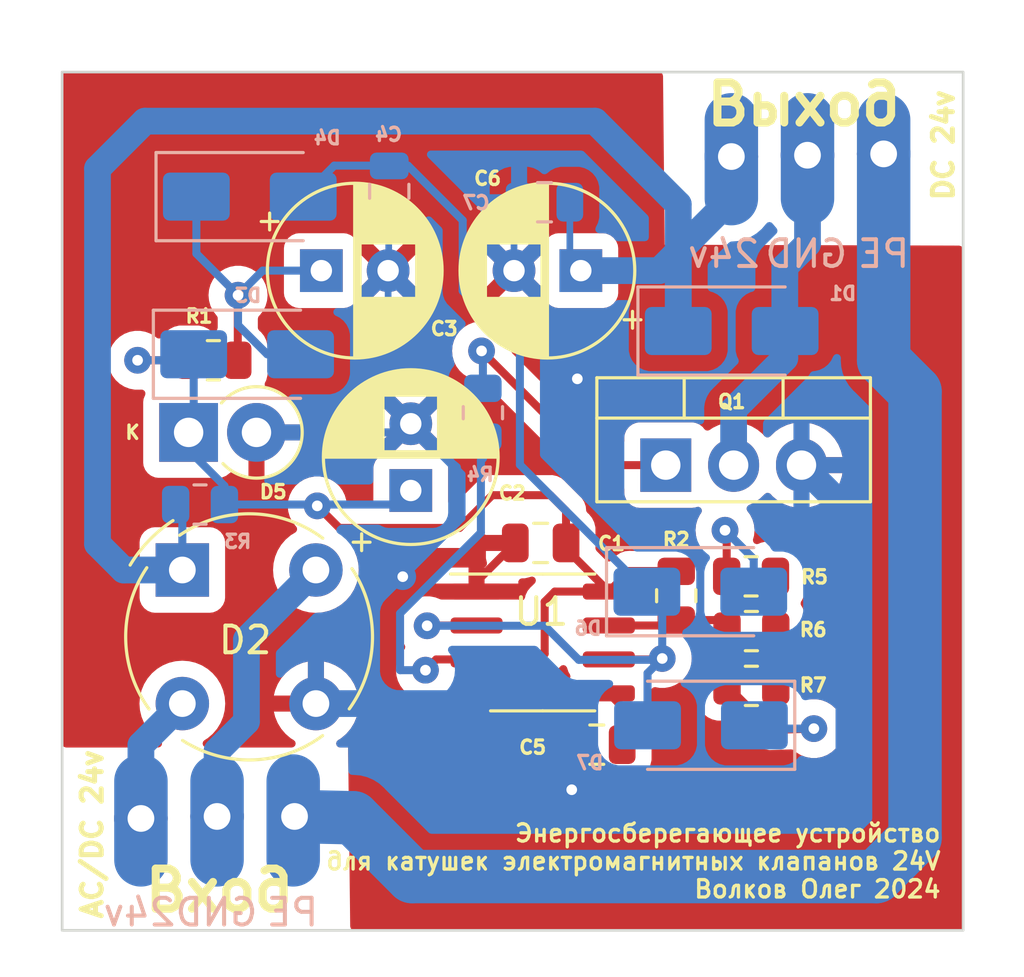
<source format=kicad_pcb>
(kicad_pcb (version 20221018) (generator pcbnew)
  (layers (0 "F.Cu" signal) (31 "B.Cu" signal) (34 "B.Paste" user) (35 "F.Paste" user) (36 "B.SilkS" user "B.Silkscreen") (37 "F.SilkS" user "F.Silkscreen") (38 "B.Mask" user) (39 "F.Mask" user) (44 "Edge.Cuts" user))
  (net 0 "")
  (net 1 "Net-(D3-K)")
  (net 2 "GND")
  (net 3 "Net-(D3-A)")
  (net 4 "Net-(D4-A)")
  (net 5 "Net-(U1-CV)")
  (net 6 "Coil_24v")
  (net 7 "Coil_GND")
  (net 8 "AC{slash}DC 24v_2")
  (net 9 "AC{slash}DC 24v_1")
  (net 10 "Net-(D6-A)")
  (net 11 "Net-(D7-K)")
  (net 12 "Net-(Q1-G)")
  (net 13 "Net-(U1-Q)")
  (net 14 "Net-(R5-Pad2)")
  (footprint "Capacitor_THT:CP_Radial_D6.3mm_P2.50mm" (layer "F.Cu") (at 56.975 87.1 90)
    (fp_text reference "C2" (at -0.1 3.8 180) (layer "F.SilkS") (effects (font (size 0.5 0.5) (thickness 0.125))))
    (fp_text value "22u 50v")
    (pad "1" thru_hole rect (at 0 0 90) (size 1.6 1.6) (drill 0.8) (layers "*.Cu" "*.Mask") (net 1 "Net-(D3-K)"))
    (pad "2" thru_hole circle (at 2.5 0 90) (size 1.6 1.6) (drill 0.8) (layers "*.Cu" "*.Mask") (net 2 "GND"))
  )
  (footprint "Resistor_SMD:R_0805_2012Metric" (layer "F.Cu") (at 49.5875 82.225)
    (fp_text reference "R1" (at -0.5375 -1.65) (layer "F.SilkS") (effects (font (size 0.5 0.5) (thickness 0.125))))
    (fp_text value "100k")
    (pad "1" smd roundrect (at -0.9125 0) (size 1.025 1.4) (layers "F.Cu" "F.Paste" "F.Mask") (roundrect_rratio 0.243902439) (net 1 "Net-(D3-K)"))
    (pad "2" smd roundrect (at 0.9125 0) (size 1.025 1.4) (layers "F.Cu" "F.Paste" "F.Mask") (roundrect_rratio 0.243902439) (net 3 "Net-(D3-A)"))
  )
  (footprint "Resistor_SMD:R_0805_2012Metric" (layer "F.Cu") (at 69.725 94.4125 180)
    (fp_text reference "R7" (at -2.3125 0.025) (layer "F.SilkS") (effects (font (size 0.5 0.5) (thickness 0.125))))
    (fp_text value "100k")
    (pad "1" smd roundrect (at -0.9125 0 180) (size 1.025 1.4) (layers "F.Cu" "F.Paste" "F.Mask") (roundrect_rratio 0.243902439) (net 14 "Net-(R5-Pad2)"))
    (pad "2" smd roundrect (at 0.9125 0 180) (size 1.025 1.4) (layers "F.Cu" "F.Paste" "F.Mask") (roundrect_rratio 0.243902439) (net 11 "Net-(D7-K)"))
  )
  (footprint "Capacitor_THT:CP_Radial_D6.3mm_P2.50mm" (layer "F.Cu") (at 53.627621 78.87)
    (fp_text reference "C3" (at 4.6 2.175) (layer "F.SilkS") (effects (font (size 0.5 0.5) (thickness 0.125))))
    (fp_text value "47u 50v")
    (pad "1" thru_hole rect (at 0 0) (size 1.6 1.6) (drill 0.8) (layers "*.Cu" "*.Mask") (net 3 "Net-(D3-A)"))
    (pad "2" thru_hole circle (at 2.5 0) (size 1.6 1.6) (drill 0.8) (layers "*.Cu" "*.Mask") (net 2 "GND"))
  )
  (footprint "Capacitor_SMD:C_0805_2012Metric" (layer "F.Cu") (at 61.8375 89.0625 180)
    (fp_text reference "C1" (at -2.65 -0.025) (layer "F.SilkS") (effects (font (size 0.5 0.5) (thickness 0.125))))
    (fp_text value "0.1uF")
    (pad "1" smd roundrect (at -0.95 0 180) (size 1 1.45) (layers "F.Cu" "F.Paste" "F.Mask") (net 1 "Net-(D3-K)"))
    (pad "2" smd roundrect (at 0.95 0 180) (size 1 1.45) (layers "F.Cu" "F.Paste" "F.Mask") (net 2 "GND"))
  )
  (footprint "Diode_THT:Diode_Bridge_Round_D9.0mm" (layer "F.Cu") (at 48.425 90.075)
    (fp_text reference "D2" (at 2.35 2.625) (layer "F.SilkS"))
    (fp_text value "2W10")
    (pad "1" thru_hole rect (at 0 0) (size 2 2) (drill 1) (layers "*.Cu" "*.Mask") (net 6 "Coil_24v"))
    (pad "2" thru_hole oval (at 0 5) (size 2 2) (drill 1) (layers "*.Cu" "*.Mask") (net 8 "AC{slash}DC 24v_2"))
    (pad "3" thru_hole oval (at 5 5) (size 2 2) (drill 1) (layers "*.Cu" "*.Mask") (net 2 "GND"))
    (pad "4" thru_hole oval (at 5 0) (size 2 2) (drill 1) (layers "*.Cu" "*.Mask") (net 9 "AC{slash}DC 24v_1"))
  )
  (footprint "Capacitor_SMD:C_0805_2012Metric" (layer "F.Cu") (at 63.9375 96.6125 180)
    (fp_text reference "C5" (at 2.4 -0.1) (layer "F.SilkS") (effects (font (size 0.5 0.5) (thickness 0.125))))
    (fp_text value "0.1uF")
    (pad "1" smd roundrect (at -0.95 0 180) (size 1 1.45) (layers "F.Cu" "F.Paste" "F.Mask") (net 5 "Net-(U1-CV)"))
    (pad "2" smd roundrect (at 0.95 0 180) (size 1 1.45) (layers "F.Cu" "F.Paste" "F.Mask") (net 2 "GND"))
  )
  (footprint "Resistor_SMD:R_0805_2012Metric" (layer "F.Cu") (at 69.725 92.3625)
    (fp_text reference "R6" (at 2.3125 -0.05) (layer "F.SilkS") (effects (font (size 0.5 0.5) (thickness 0.125))))
    (fp_text value "100k")
    (pad "1" smd roundrect (at -0.9125 0) (size 1.025 1.4) (layers "F.Cu" "F.Paste" "F.Mask") (roundrect_rratio 0.243902439) (net 10 "Net-(D6-A)"))
    (pad "2" smd roundrect (at 0.9125 0) (size 1.025 1.4) (layers "F.Cu" "F.Paste" "F.Mask") (roundrect_rratio 0.243902439) (net 14 "Net-(R5-Pad2)"))
  )
  (footprint "Package_TO_SOT_THT:TO-220-3_Vertical" (layer "F.Cu") (at 66.52 86.15)
    (fp_text reference "Q1" (at 2.468234 -2.375) (layer "F.SilkS") (effects (font (size 0.5 0.5) (thickness 0.125))))
    (fp_text value "IRFZ44N")
    (pad "1" thru_hole rect (at 0 0) (size 1.905 2) (drill 1.1) (layers "*.Cu" "*.Mask") (net 12 "Net-(Q1-G)"))
    (pad "2" thru_hole oval (at 2.54 0) (size 1.905 2) (drill 1.1) (layers "*.Cu" "*.Mask") (net 7 "Coil_GND"))
    (pad "3" thru_hole oval (at 5.08 0) (size 1.905 2) (drill 1.1) (layers "*.Cu" "*.Mask") (net 2 "GND"))
  )
  (footprint "Package_SO:SOIC-8_3.9x4.9mm_P1.27mm" (layer "F.Cu") (at 61.9125 92.7875)
    (fp_text reference "U1" (at -0.05 -1.15) (layer "F.SilkS"))
    (fp_text value "NE555D")
    (pad "1" smd roundrect (at -2.475 -1.905) (size 1.95 0.6) (layers "F.Cu" "F.Paste" "F.Mask") (net 2 "GND"))
    (pad "2" smd roundrect (at -2.475 -0.635) (size 1.95 0.6) (layers "F.Cu" "F.Paste" "F.Mask") (net 4 "Net-(D4-A)"))
    (pad "3" smd roundrect (at -2.475 0.635) (size 1.95 0.6) (layers "F.Cu" "F.Paste" "F.Mask") (net 13 "Net-(U1-Q)"))
    (pad "4" smd roundrect (at -2.475 1.905) (size 1.95 0.6) (layers "F.Cu" "F.Paste" "F.Mask") (net 1 "Net-(D3-K)"))
    (pad "5" smd roundrect (at 2.475 1.905) (size 1.95 0.6) (layers "F.Cu" "F.Paste" "F.Mask") (net 5 "Net-(U1-CV)"))
    (pad "6" smd roundrect (at 2.475 0.635) (size 1.95 0.6) (layers "F.Cu" "F.Paste" "F.Mask") (net 4 "Net-(D4-A)"))
    (pad "7" smd roundrect (at 2.475 -0.635) (size 1.95 0.6) (layers "F.Cu" "F.Paste" "F.Mask") (net 10 "Net-(D6-A)"))
    (pad "8" smd roundrect (at 2.475 -1.905) (size 1.95 0.6) (layers "F.Cu" "F.Paste" "F.Mask") (net 1 "Net-(D3-K)"))
  )
  (footprint "Diode_THT:D_DO-41_SOD81_P2.54mm_Vertical_KathodeUp" (layer "F.Cu") (at 48.66 84.925)
    (fp_text reference "D5" (at 3.165 2.225) (layer "F.SilkS") (effects (font (size 0.5 0.5) (thickness 0.125))))
    (fp_text value "12v 1N4742A")
    (fp_text user "K" (at -2.1 0) (layer "F.SilkS") (effects (font (size 0.5 0.5) (thickness 0.125))))
    (pad "1" thru_hole rect (at 0 0) (size 2.2 2.2) (drill 1.1) (layers "*.Cu" "*.Mask") (net 1 "Net-(D3-K)"))
    (pad "2" thru_hole oval (at 2.54 0) (size 2.2 2.2) (drill 1.1) (layers "*.Cu" "*.Mask") (net 2 "GND"))
  )
  (footprint "Capacitor_THT:CP_Radial_D6.3mm_P2.50mm" (layer "F.Cu") (at 63.34 78.87 180)
    (fp_text reference "C6" (at 3.49 3.45) (layer "F.SilkS") (effects (font (size 0.5 0.5) (thickness 0.125))))
    (fp_text value "47u 50v")
    (pad "1" thru_hole rect (at 0 0 180) (size 1.6 1.6) (drill 0.8) (layers "*.Cu" "*.Mask") (net 6 "Coil_24v"))
    (pad "2" thru_hole circle (at 2.5 0 180) (size 1.6 1.6) (drill 0.8) (layers "*.Cu" "*.Mask") (net 2 "GND"))
  )
  (footprint "Resistor_SMD:R_0805_2012Metric" (layer "F.Cu") (at 69.7125 90.3125)
    (fp_text reference "R5" (at 2.375 0.025) (layer "F.SilkS") (effects (font (size 0.5 0.5) (thickness 0.125))))
    (fp_text value "100k")
    (pad "1" smd roundrect (at -0.9125 0) (size 1.025 1.4) (layers "F.Cu" "F.Paste" "F.Mask") (roundrect_rratio 0.243902439) (net 10 "Net-(D6-A)"))
    (pad "2" smd roundrect (at 0.9125 0) (size 1.025 1.4) (layers "F.Cu" "F.Paste" "F.Mask") (roundrect_rratio 0.243902439) (net 14 "Net-(R5-Pad2)"))
  )
  (footprint "Resistor_SMD:R_0805_2012Metric" (layer "F.Cu") (at 66.9125 91.0375 -90)
    (fp_text reference "R2" (at -2.1 0 -180) (layer "F.SilkS") (effects (font (size 0.5 0.5) (thickness 0.125))))
    (fp_text value "100k")
    (pad "1" smd roundrect (at -0.9125 0 270) (size 1.025 1.4) (layers "F.Cu" "F.Paste" "F.Mask") (roundrect_rratio 0.243902439) (net 1 "Net-(D3-K)"))
    (pad "2" smd roundrect (at 0.9125 0 270) (size 1.025 1.4) (layers "F.Cu" "F.Paste" "F.Mask") (roundrect_rratio 0.243902439) (net 10 "Net-(D6-A)"))
  )
  (footprint "Diode_SMD:D_SMA" (layer "B.Cu") (at 67.8375 95.8875 180)
    (fp_text reference "D7" (at 4.1575 -1.4025) (layer "B.SilkS") (effects (font (size 0.5 0.5) (thickness 0.125)) (justify mirror)))
    (fp_text value "M7")
    (pad "1" smd roundrect (at -2 0 180) (size 2.5 1.8) (layers "B.Cu" "B.Paste" "B.Mask") (roundrect_rratio 0.1388888889) (net 11 "Net-(D7-K)"))
    (pad "2" smd roundrect (at 2 0 180) (size 2.5 1.8) (layers "B.Cu" "B.Paste" "B.Mask") (roundrect_rratio 0.1388888889) (net 4 "Net-(D4-A)"))
  )
  (footprint "Capacitor_SMD:C_0805_2012Metric" (layer "B.Cu") (at 61.98 76.31)
    (fp_text reference "C7" (at -2.56 0.02 180) (layer "B.SilkS") (effects (font (size 0.5 0.5) (thickness 0.125)) (justify mirror)))
    (fp_text value "0.068uF")
    (pad "1" smd roundrect (at -0.95 0) (size 1 1.45) (layers "B.Cu" "B.Paste" "B.Mask") (net 2 "GND"))
    (pad "2" smd roundrect (at 0.95 0) (size 1 1.45) (layers "B.Cu" "B.Paste" "B.Mask") (net 6 "Coil_24v"))
  )
  (footprint "Diode_SMD:D_SMA" (layer "B.Cu") (at 50.85 82)
    (fp_text reference "D3" (at 0.025 -2.2) (layer "B.SilkS") (effects (font (size 0.5 0.5) (thickness 0.125)) (justify mirror)))
    (fp_text value "M7")
    (pad "1" smd roundrect (at -2 0) (size 2.5 1.8) (layers "B.Cu" "B.Paste" "B.Mask") (roundrect_rratio 0.1388888889) (net 1 "Net-(D3-K)"))
    (pad "2" smd roundrect (at 2 0) (size 2.5 1.8) (layers "B.Cu" "B.Paste" "B.Mask") (roundrect_rratio 0.1388888889) (net 3 "Net-(D3-A)"))
  )
  (footprint "Diode_SMD:D_SMA" (layer "B.Cu") (at 68.9875 81.13)
    (fp_text reference "D1" (at 4.1575 -1.4025) (layer "B.SilkS") (effects (font (size 0.5 0.5) (thickness 0.125)) (justify mirror)))
    (fp_text value "M7")
    (pad "1" smd roundrect (at -2 0) (size 2.5 1.8) (layers "B.Cu" "B.Paste" "B.Mask") (roundrect_rratio 0.1388888889) (net 6 "Coil_24v"))
    (pad "2" smd roundrect (at 2 0) (size 2.5 1.8) (layers "B.Cu" "B.Paste" "B.Mask") (roundrect_rratio 0.1388888889) (net 7 "Coil_GND"))
  )
  (footprint "Resistor_SMD:R_0805_2012Metric" (layer "B.Cu") (at 49.0875 87.625)
    (fp_text reference "R3" (at 1.4125 1.385) (layer "B.SilkS") (effects (font (size 0.5 0.5) (thickness 0.125)) (justify mirror)))
    (fp_text value "2k")
    (pad "1" smd roundrect (at -0.9125 0) (size 1.025 1.4) (layers "B.Cu" "B.Paste" "B.Mask") (roundrect_rratio 0.243902439) (net 6 "Coil_24v"))
    (pad "2" smd roundrect (at 0.9125 0) (size 1.025 1.4) (layers "B.Cu" "B.Paste" "B.Mask") (roundrect_rratio 0.243902439) (net 1 "Net-(D3-K)"))
  )
  (footprint "Diode_SMD:D_SMA" (layer "B.Cu") (at 67.8125 90.8875)
    (fp_text reference "D6" (at -4.2025 1.3725) (layer "B.SilkS") (effects (font (size 0.5 0.5) (thickness 0.125)) (justify mirror)))
    (fp_text value "M7")
    (pad "1" smd roundrect (at -2 0) (size 2.5 1.8) (layers "B.Cu" "B.Paste" "B.Mask") (roundrect_rratio 0.1388888889) (net 4 "Net-(D4-A)"))
    (pad "2" smd roundrect (at 2 0) (size 2.5 1.8) (layers "B.Cu" "B.Paste" "B.Mask") (roundrect_rratio 0.1388888889) (net 10 "Net-(D6-A)"))
  )
  (footprint "Capacitor_SMD:C_0805_2012Metric" (layer "B.Cu") (at 56.17 75.9 -90)
    (fp_text reference "C4" (at -2.125 0.025 180) (layer "B.SilkS") (effects (font (size 0.5 0.5) (thickness 0.125)) (justify mirror)))
    (fp_text value "0.068uF")
    (pad "1" smd roundrect (at -0.95 0 270) (size 1 1.45) (layers "B.Cu" "B.Paste" "B.Mask") (net 4 "Net-(D4-A)"))
    (pad "2" smd roundrect (at 0.95 0 270) (size 1 1.45) (layers "B.Cu" "B.Paste" "B.Mask") (net 2 "GND"))
  )
  (footprint "Diode_SMD:D_SMA" (layer "B.Cu") (at 50.95 76.1)
    (fp_text reference "D4" (at 2.9 -2.2) (layer "B.SilkS") (effects (font (size 0.5 0.5) (thickness 0.125)) (justify mirror)))
    (fp_text value "M7")
    (pad "1" smd roundrect (at -2 0) (size 2.5 1.8) (layers "B.Cu" "B.Paste" "B.Mask") (roundrect_rratio 0.1388888889) (net 3 "Net-(D3-A)"))
    (pad "2" smd roundrect (at 2 0) (size 2.5 1.8) (layers "B.Cu" "B.Paste" "B.Mask") (roundrect_rratio 0.1388888889) (net 4 "Net-(D4-A)"))
  )
  (footprint "Resistor_SMD:R_0805_2012Metric" (layer "B.Cu") (at 59.675 84.1875 90)
    (fp_text reference "R4" (at -2.3125 -0.1 180) (layer "B.SilkS") (effects (font (size 0.5 0.5) (thickness 0.125)) (justify mirror)))
    (fp_text value "1k")
    (pad "1" smd roundrect (at -0.9125 0 90) (size 1.025 1.4) (layers "B.Cu" "B.Paste" "B.Mask") (roundrect_rratio 0.243902439) (net 13 "Net-(U1-Q)"))
    (pad "2" smd roundrect (at 0.9125 0 90) (size 1.025 1.4) (layers "B.Cu" "B.Paste" "B.Mask") (roundrect_rratio 0.243902439) (net 12 "Net-(Q1-G)"))
  )
  (gr_rect (start 43.925 71.4375) (end 77.65 103.5625) (stroke (width 0.1)) (fill none) (layer "Edge.Cuts"))
  (gr_text "PE" (at 75.725 78.825) (layer "B.SilkS") (effects (font (size 1 1)) (justify left bottom mirror)))
  (gr_text "24v\n" (at 70.125 78.825) (layer "B.SilkS") (effects (font (size 1 1)) (justify left bottom mirror)))
  (gr_text "24v\n" (at 48.25 103.475) (layer "B.SilkS") (effects (font (size 1 1)) (justify left bottom mirror)))
  (gr_text "PE" (at 53.6 103.475) (layer "B.SilkS") (effects (font (size 1 1)) (justify left bottom mirror)))
  (gr_text "GND\n" (at 51.325 103.475) (layer "B.SilkS") (effects (font (size 1 1)) (justify left bottom mirror)))
  (gr_text "GND\n" (at 73.4 78.825) (layer "B.SilkS") (effects (font (size 1 1)) (justify left bottom mirror)))
  (gr_text "Выход\n" (at 67.9 73.525) (layer "F.SilkS") (effects (font (size 1.5 1.5) (thickness 0.3) bold) (justify left bottom)))
  (gr_text "Энергосберегающее устройство\nдля катушек электромагнитных клапанов 24V\nВолков Олег 2024" (at 76.875 102.4) (layer "F.SilkS") (effects (font (size 0.65 0.65) (thickness 0.125)) (justify right bottom)))
  (gr_text "AC/DC 24v\n" (at 45.49 103.21 90) (layer "F.SilkS") (effects (font (size 0.75 0.75) (thickness 0.1875) bold) (justify left bottom)))
  (gr_text "Вход\n" (at 46.875 102.95) (layer "F.SilkS") (effects (font (size 1.5 1.5) (thickness 0.3) bold) (justify left bottom)))
  (gr_text "DC 24v" (at 77.35 76.33 90) (layer "F.SilkS") (effects (font (size 0.75 0.75) (thickness 0.1875) bold) (justify left bottom)))
  (segment (start 62.3675 90.8825) (end 64.3875 90.8825) (width 0.3) (layer "F.Cu") (net 1))
  (segment (start 64.3875 90.8825) (end 65.1575 90.1125) (width 0.3) (layer "F.Cu") (net 1))
  (segment (start 46.75 82.375) (end 46.85 82.275) (width 0.3) (layer "F.Cu") (net 1))
  (segment (start 61.9875 91.2625) (end 62.3675 90.8825) (width 0.3) (layer "F.Cu") (net 1))
  (segment (start 62.2 87.275) (end 62.7875 87.8625) (width 0.3) (layer "F.Cu") (net 1))
  (segment (start 59.4375 94.6925) (end 60.5075 94.6925) (width 0.3) (layer "F.Cu") (net 1))
  (segment (start 60.025 87.275) (end 62.2 87.275) (width 0.3) (layer "F.Cu") (net 1))
  (segment (start 54.3 88.5) (end 58.8 88.5) (width 0.3) (layer "F.Cu") (net 1))
  (segment (start 66.9 90.1125) (end 66.9125 90.125) (width 0.3) (layer "F.Cu") (net 1))
  (segment (start 48.675 82.225) (end 46.9 82.225) (width 0.3) (layer "F.Cu") (net 1))
  (segment (start 62.7875 87.8625) (end 62.7875 89.0625) (width 0.3) (layer "F.Cu") (net 1))
  (segment (start 46.75 82.225) (end 46.75 82.375) (width 0.3) (layer "F.Cu") (net 1))
  (segment (start 62.7875 89.2825) (end 64.3875 90.8825) (width 0.3) (layer "F.Cu") (net 1))
  (segment (start 46.9 82.225) (end 46.9 82.225) (width 0.3) (layer "F.Cu") (net 1))
  (segment (start 58.8 88.5) (end 60.025 87.275) (width 0.3) (layer "F.Cu") (net 1))
  (segment (start 53.475 87.675) (end 54.3 88.5) (width 0.3) (layer "F.Cu") (net 1))
  (segment (start 61.9875 93.2125) (end 61.9875 91.2625) (width 0.3) (layer "F.Cu") (net 1))
  (segment (start 60.5075 94.6925) (end 61.9875 93.2125) (width 0.3) (layer "F.Cu") (net 1))
  (segment (start 62.7875 89.0625) (end 62.7875 89.2825) (width 0.3) (layer "F.Cu") (net 1))
  (segment (start 46.9 82.225) (end 46.75 82.225) (width 0.3) (layer "F.Cu") (net 1))
  (segment (start 65.1575 90.1125) (end 66.9 90.1125) (width 0.3) (layer "F.Cu") (net 1))
  (via (at 53.475 87.675) (size 1) (drill 0.4) (layers "F.Cu" "B.Cu") (net 1))
  (via (at 46.75 82.225) (size 1) (drill 0.4) (layers "F.Cu" "B.Cu") (net 1))
  (segment (start 56.45 87.625) (end 56.975 87.1) (width 0.3) (layer "B.Cu") (net 1))
  (segment (start 50 86.925) (end 48.66 85.585) (width 0.3) (layer "B.Cu") (net 1))
  (segment (start 48.85 84.735) (end 48.66 84.925) (width 0.3) (layer "B.Cu") (net 1))
  (segment (start 48.66 85.585) (end 48.66 84.925) (width 0.3) (layer "B.Cu") (net 1))
  (segment (start 53.475 87.675) (end 53.525 87.625) (width 0.3) (layer "B.Cu") (net 1))
  (segment (start 53.525 87.625) (end 56.45 87.625) (width 0.3) (layer "B.Cu") (net 1))
  (segment (start 48.625 82.225) (end 48.85 82) (width 0.3) (layer "B.Cu") (net 1))
  (segment (start 50 87.625) (end 53.425 87.625) (width 0.3) (layer "B.Cu") (net 1))
  (segment (start 53.425 87.625) (end 53.475 87.675) (width 0.3) (layer "B.Cu") (net 1))
  (segment (start 46.75 82.225) (end 48.625 82.225) (width 0.3) (layer "B.Cu") (net 1))
  (segment (start 50 87.625) (end 50 86.925) (width 0.3) (layer "B.Cu") (net 1))
  (segment (start 48.85 82) (end 48.85 84.735) (width 0.3) (layer "B.Cu") (net 1))
  (segment (start 59.4375 90.8825) (end 57.2325 90.8825) (width 0.3) (layer "F.Cu") (net 2))
  (segment (start 62.9875 98.2875) (end 63 98.3) (width 0.3) (layer "F.Cu") (net 2))
  (segment (start 57.2325 90.8825) (end 56.675 90.325) (width 0.3) (layer "F.Cu") (net 2))
  (segment (start 59.4375 90.8825) (end 59.4375 90.5125) (width 0.3) (layer "F.Cu") (net 2))
  (segment (start 59.4375 90.5125) (end 60.8875 89.0625) (width 0.3) (layer "F.Cu") (net 2))
  (segment (start 62.9875 96.6125) (end 62.9875 98.2875) (width 0.3) (layer "F.Cu") (net 2))
  (via (at 63.21 82.92) (size 1) (drill 0.4) (layers "F.Cu" "B.Cu") (net 2))
  (via (at 63 98.3) (size 1) (drill 0.4) (layers "F.Cu" "B.Cu") (net 2))
  (via (at 56.675 90.325) (size 1) (drill 0.4) (layers "F.Cu" "B.Cu") (net 2))
  (segment (start 72.875 93.725) (end 72.875 87.425) (width 1) (layer "B.Cu") (net 2))
  (segment (start 56.65 84.925) (end 56.975 84.6) (width 0.3) (layer "B.Cu") (net 2))
  (segment (start 56.127621 83.752621) (end 56.975 84.6) (width 0.25) (layer "B.Cu") (net 2))
  (segment (start 58.875 86.5) (end 58.875 88.125) (width 0.3) (layer "B.Cu") (net 2))
  (segment (start 73.375 94.225) (end 72.875 93.725) (width 1) (layer "B.Cu") (net 2))
  (segment (start 60.84 76.5) (end 61.03 76.31) (width 0.25) (layer "B.Cu") (net 2))
  (segment (start 58.875 88.125) (end 56.675 90.325) (width 0.3) (layer "B.Cu") (net 2))
  (segment (start 53.425 93.575) (end 56.675 90.325) (width 0.3) (layer "B.Cu") (net 2))
  (segment (start 63 98.3) (end 59.775 95.075) (width 1) (layer "B.Cu") (net 2))
  (segment (start 56.975 84.6) (end 58.875 86.5) (width 0.3) (layer "B.Cu") (net 2))
  (segment (start 56.127621 78.87) (end 56.127621 83.752621) (width 0.25) (layer "B.Cu") (net 2))
  (segment (start 63 98.3) (end 63.025 98.325) (width 1) (layer "B.Cu") (net 2))
  (segment (start 72.725 98.325) (end 73.375 97.675) (width 1) (layer "B.Cu") (net 2))
  (segment (start 73.375 97.675) (end 73.375 94.225) (width 1) (layer "B.Cu") (net 2))
  (segment (start 61.03 78.68) (end 60.84 78.87) (width 0.25) (layer "B.Cu") (net 2))
  (segment (start 72.875 87.425) (end 71.6 86.15) (width 1) (layer "B.Cu") (net 2))
  (segment (start 56.15 78.847621) (end 56.127621 78.87) (width 0.25) (layer "B.Cu") (net 2))
  (segment (start 63.025 98.325) (end 72.725 98.325) (width 1) (layer "B.Cu") (net 2))
  (segment (start 51.2 84.925) (end 56.65 84.925) (width 0.3) (layer "B.Cu") (net 2))
  (segment (start 60.84 78.87) (end 60.84 76.5) (width 0.25) (layer "B.Cu") (net 2))
  (segment (start 56.15 76.95) (end 56.15 78.847621) (width 0.25) (layer "B.Cu") (net 2))
  (segment (start 53.425 95.075) (end 53.425 93.575) (width 0.3) (layer "B.Cu") (net 2))
  (segment (start 59.775 95.075) (end 53.425 95.075) (width 1) (layer "B.Cu") (net 2))
  (segment (start 50.5 79.8) (end 50.51 79.79) (width 0.3) (layer "F.Cu") (net 3))
  (segment (start 50.5 82.225) (end 50.5 79.8) (width 0.3) (layer "F.Cu") (net 3))
  (via (at 50.51 79.79) (size 1) (drill 0.4) (layers "F.Cu" "B.Cu") (net 3))
  (segment (start 50.51 79.79) (end 48.95 78.23) (width 0.3) (layer "B.Cu") (net 3))
  (segment (start 50.51 80.91) (end 50.51 79.79) (width 0.3) (layer "B.Cu") (net 3))
  (segment (start 48.95 78.23) (end 48.95 76.1) (width 0.3) (layer "B.Cu") (net 3))
  (segment (start 51.43 78.87) (end 53.627621 78.87) (width 0.3) (layer "B.Cu") (net 3))
  (segment (start 52.85 82) (end 51.6 82) (width 0.3) (layer "B.Cu") (net 3))
  (segment (start 51.6 82) (end 50.51 80.91) (width 0.3) (layer "B.Cu") (net 3))
  (segment (start 50.51 79.79) (end 51.43 78.87) (width 0.3) (layer "B.Cu") (net 3))
  (segment (start 57.5875 92.1625) (end 57.5875 92.1875) (width 0.3) (layer "F.Cu") (net 4))
  (segment (start 59.4375 92.1525) (end 57.6225 92.1525) (width 0.3) (layer "F.Cu") (net 4))
  (segment (start 66.2375 93.3875) (end 66.3875 93.3875) (width 0.3) (layer "F.Cu") (net 4))
  (segment (start 57.5875 92.1875) (end 57.5875 92.1875) (width 0.3) (layer "F.Cu") (net 4))
  (segment (start 66.3875 93.2375) (end 66.2375 93.3875) (width 0.3) (layer "F.Cu") (net 4))
  (segment (start 57.6225 92.1525) (end 57.6125 92.1625) (width 0.3) (layer "F.Cu") (net 4))
  (segment (start 64.3875 93.4225) (end 66.2025 93.4225) (width 0.3) (layer "F.Cu") (net 4))
  (segment (start 57.6125 92.1625) (end 57.5875 92.1625) (width 0.3) (layer "F.Cu") (net 4))
  (segment (start 66.3875 93.3875) (end 66.3875 93.2375) (width 0.3) (layer "F.Cu") (net 4))
  (segment (start 66.2025 93.4225) (end 66.2375 93.3875) (width 0.3) (layer "F.Cu") (net 4))
  (via (at 66.3875 93.3875) (size 1) (drill 0.4) (layers "F.Cu" "B.Cu") (net 4))
  (via (at 57.5875 92.1625) (size 1) (drill 0.4) (layers "F.Cu" "B.Cu") (net 4))
  (segment (start 66.3375 93.4375) (end 66.3875 93.3875) (width 0.3) (layer "B.Cu") (net 4))
  (segment (start 54.11 74.94) (end 52.95 76.1) (width 0.3) (layer "B.Cu") (net 4))
  (segment (start 58.92 76.99) (end 56.87 74.94) (width 0.3) (layer "B.Cu") (net 4))
  (segment (start 66.3875 93.3875) (end 66.3875 91.4625) (width 0.3) (layer "B.Cu") (net 4))
  (segment (start 65.8375 93.9375) (end 66.3875 93.3875) (width 0.3) (layer "B.Cu") (net 4))
  (segment (start 61.06 86.135) (end 61.06 81.77) (width 0.3) (layer "B.Cu") (net 4))
  (segment (start 66.3875 91.4625) (end 65.8125 90.8875) (width 0.3) (layer "B.Cu") (net 4))
  (segment (start 65.8375 95.8875) (end 65.8375 93.9375) (width 0.3) (layer "B.Cu") (net 4))
  (segment (start 58.92 79.63) (end 58.92 76.99) (width 0.3) (layer "B.Cu") (net 4))
  (segment (start 65.8125 90.8875) (end 61.06 86.135) (width 0.3) (layer "B.Cu") (net 4))
  (segment (start 61.9875 92.1625) (end 63.2625 93.4375) (width 0.3) (layer "B.Cu") (net 4))
  (segment (start 63.2625 93.4375) (end 66.3375 93.4375) (width 0.3) (layer "B.Cu") (net 4))
  (segment (start 61.06 81.77) (end 58.92 79.63) (width 0.3) (layer "B.Cu") (net 4))
  (segment (start 56.87 74.94) (end 54.11 74.94) (width 0.3) (layer "B.Cu") (net 4))
  (segment (start 57.5875 92.1625) (end 61.9875 92.1625) (width 0.3) (layer "B.Cu") (net 4))
  (segment (start 64.3875 94.6925) (end 64.8875 95.1925) (width 0.3) (layer "F.Cu") (net 5))
  (segment (start 64.8875 95.1925) (end 64.8875 96.6125) (width 0.3) (layer "F.Cu") (net 5))
  (via (at 68.975 74.6) (size 2) (drill 1) (layers "F.Cu" "B.Cu") (net 6))
  (segment (start 68.975 73.225) (end 68.975 74.6) (width 2) (layer "B.Cu") (net 6))
  (segment (start 63.875 73.275) (end 66.9875 76.3875) (width 1) (layer "B.Cu") (net 6))
  (segment (start 48.425 87.875) (end 48.175 87.625) (width 0.3) (layer "B.Cu") (net 6))
  (segment (start 66.9875 76.3875) (end 66.9875 81.13) (width 1) (layer "B.Cu") (net 6))
  (segment (start 66.9875 78.1625) (end 66.28 78.87) (width 1) (layer "B.Cu") (net 6))
  (segment (start 66.9875 78.1625) (end 68.975 76.175) (width 1) (layer "B.Cu") (net 6))
  (segment (start 46.225 90.075) (end 45.25 89.1) (width 1) (layer "B.Cu") (net 6))
  (segment (start 66.28 78.87) (end 63.34 78.87) (width 1) (layer "B.Cu") (net 6))
  (segment (start 47.025 73.275) (end 63.875 73.275) (width 1) (layer "B.Cu") (net 6))
  (segment (start 66.9875 81.13) (end 66.9875 78.1625) (width 1) (layer "B.Cu") (net 6))
  (segment (start 48.425 90.075) (end 48.425 87.875) (width 0.3) (layer "B.Cu") (net 6))
  (segment (start 62.93 78.46) (end 63.34 78.87) (width 0.25) (layer "B.Cu") (net 6))
  (segment (start 48.425 90.075) (end 46.225 90.075) (width 1) (layer "B.Cu") (net 6))
  (segment (start 62.93 76.31) (end 62.93 78.46) (width 0.25) (layer "B.Cu") (net 6))
  (segment (start 68.975 74.6) (end 68.975 76.175) (width 2) (layer "B.Cu") (net 6))
  (segment (start 45.25 89.1) (end 45.25 75.05) (width 1) (layer "B.Cu") (net 6))
  (segment (start 45.25 75.05) (end 47.025 73.275) (width 1) (layer "B.Cu") (net 6))
  (via (at 71.825 74.55) (size 2) (drill 1) (layers "F.Cu" "B.Cu") (net 7))
  (via (at 52.625 99.3) (size 2) (drill 1) (layers "F.Cu" "B.Cu") (net 7))
  (via (at 74.675 74.5) (size 2) (drill 1) (layers "F.Cu" "B.Cu") (net 7))
  (segment (start 52.575 97.975) (end 52.575 99.35) (width 2) (layer "B.Cu") (net 7))
  (segment (start 70.975 79.15) (end 70.975 78.725) (width 1) (layer "B.Cu") (net 7))
  (segment (start 70.975 78.725) (end 70.975 82.15) (width 1) (layer "B.Cu") (net 7))
  (segment (start 52.575 99.35) (end 52.575 100.925) (width 2) (layer "B.Cu") (net 7))
  (segment (start 74.675 82.225) (end 74.675 74.5) (width 2) (layer "B.Cu") (net 7))
  (segment (start 74.675 74.5) (end 74.675 73.225) (width 2) (layer "B.Cu") (net 7))
  (segment (start 71.825 74.55) (end 71.825 76.175) (width 2) (layer "B.Cu") (net 7))
  (segment (start 75.85 83.4) (end 74.675 82.225) (width 2) (layer "B.Cu") (net 7))
  (segment (start 69.06 84.065) (end 69.06 86.15) (width 1) (layer "B.Cu") (net 7))
  (segment (start 71.825 77.875) (end 71.825 76.175) (width 1) (layer "B.Cu") (net 7))
  (segment (start 75.85 100.1) (end 75.85 83.4) (width 2) (layer "B.Cu") (net 7))
  (segment (start 57.025 101.55) (end 74.4 101.55) (width 2) (layer "B.Cu") (net 7))
  (segment (start 52.625 99.3) (end 54.825 99.35) (width 2) (layer "B.Cu") (net 7))
  (segment (start 52.575 99.35) (end 52.625 99.3) (width 2) (layer "B.Cu") (net 7))
  (segment (start 70.975 78.725) (end 71.825 77.875) (width 1) (layer "B.Cu") (net 7))
  (segment (start 54.825 99.35) (end 57.025 101.55) (width 2) (layer "B.Cu") (net 7))
  (segment (start 71.825 73.225) (end 71.825 74.55) (width 2) (layer "B.Cu") (net 7))
  (segment (start 74.4 101.55) (end 75.85 100.1) (width 2) (layer "B.Cu") (net 7))
  (segment (start 70.975 82.15) (end 69.06 84.065) (width 1) (layer "B.Cu") (net 7))
  (via (at 46.875 99.375) (size 2) (drill 1) (layers "F.Cu" "B.Cu") (net 8))
  (segment (start 48.425 95.075) (end 46.875 96.625) (width 1) (layer "B.Cu") (net 8))
  (segment (start 46.875 97.975) (end 46.875 99.375) (width 2) (layer "B.Cu") (net 8))
  (segment (start 46.875 99.375) (end 46.875 100.925) (width 2) (layer "B.Cu") (net 8))
  (segment (start 46.875 96.625) (end 46.875 97.975) (width 1) (layer "B.Cu") (net 8))
  (via (at 49.725 99.3) (size 2) (drill 1) (layers "F.Cu" "B.Cu") (net 9))
  (segment (start 50.825 92.675) (end 50.825 95.75) (width 1) (layer "B.Cu") (net 9))
  (segment (start 53.425 90.075) (end 50.825 92.675) (width 1) (layer "B.Cu") (net 9))
  (segment (start 49.725 99.3) (end 49.725 100.925) (width 2) (layer "B.Cu") (net 9))
  (segment (start 49.725 96.85) (end 49.725 97.975) (width 1) (layer "B.Cu") (net 9))
  (segment (start 50.825 95.75) (end 49.725 96.85) (width 1) (layer "B.Cu") (net 9))
  (segment (start 49.725 97.975) (end 49.725 99.3) (width 2) (layer "B.Cu") (net 9))
  (segment (start 64.3875 92.1525) (end 66.71 92.1525) (width 0.3) (layer "F.Cu") (net 10))
  (segment (start 68.8 92.35) (end 68.8125 92.3625) (width 0.3) (layer "F.Cu") (net 10))
  (segment (start 66.71 92.1525) (end 66.9125 91.95) (width 0.3) (layer "F.Cu") (net 10))
  (segment (start 68.4 91.95) (end 68.8125 92.3625) (width 0.3) (layer "F.Cu") (net 10))
  (segment (start 68.7375 88.5875) (end 68.7625 88.7625) (width 0.3) (layer "F.Cu") (net 10))
  (segment (start 68.8 90.3125) (end 68.8 92.35) (width 0.3) (layer "F.Cu") (net 10))
  (segment (start 68.8 90.3125) (end 68.8 88.8) (width 0.3) (layer "F.Cu") (net 10))
  (segment (start 66.9125 91.95) (end 68.4 91.95) (width 0.3) (layer "F.Cu") (net 10))
  (segment (start 68.8 88.8) (end 68.7375 88.5875) (width 0.3) (layer "F.Cu") (net 10))
  (via (at 68.7375 88.5875) (size 1) (drill 0.4) (layers "F.Cu" "B.Cu") (net 10))
  (segment (start 69.8125 90.8875) (end 69.8125 89.6625) (width 0.3) (layer "B.Cu") (net 10))
  (segment (start 69.8125 89.6625) (end 68.7375 88.5875) (width 0.3) (layer "B.Cu") (net 10))
  (segment (start 68.8125 94.4125) (end 70.4625 96.0625) (width 0.3) (layer "F.Cu") (net 11))
  (segment (start 70.4625 96.0625) (end 72.0625 96.0125) (width 0.3) (layer "F.Cu") (net 11))
  (segment (start 72.0625 96.0125) (end 72.0875 96.0625) (width 0.3) (layer "F.Cu") (net 11))
  (via (at 72.0625 96.0125) (size 1) (drill 0.4) (layers "F.Cu" "B.Cu") (net 11))
  (segment (start 69.9625 96.0125) (end 69.8375 95.8875) (width 0.3) (layer "B.Cu") (net 11))
  (segment (start 72.0625 96.0125) (end 69.9625 96.0125) (width 0.3) (layer "B.Cu") (net 11))
  (segment (start 59.625 81.875) (end 63.9 86.15) (width 0.3) (layer "F.Cu") (net 12))
  (segment (start 59.725 81.775) (end 59.625 81.875) (width 0.3) (layer "F.Cu") (net 12))
  (segment (start 63.9 86.15) (end 66.52 86.15) (width 0.3) (layer "F.Cu") (net 12))
  (via (at 59.625 81.875) (size 1) (drill 0.4) (layers "F.Cu" "B.Cu") (net 12))
  (segment (start 59.675 83.275) (end 59.675 81.925) (width 0.3) (layer "B.Cu") (net 12))
  (segment (start 59.675 81.925) (end 59.625 81.875) (width 0.3) (layer "B.Cu") (net 12))
  (segment (start 59.625 81.975) (end 59.625 81.875) (width 0.3) (layer "B.Cu") (net 12))
  (segment (start 59.4375 93.4225) (end 57.9275 93.4225) (width 0.3) (layer "F.Cu") (net 13))
  (segment (start 57.9275 93.4225) (end 57.525 93.825) (width 0.3) (layer "F.Cu") (net 13))
  (segment (start 57.525 93.825) (end 57.55 93.8) (width 0.3) (layer "F.Cu") (net 13))
  (via (at 57.525 93.825) (size 1) (drill 0.4) (layers "F.Cu" "B.Cu") (net 13))
  (segment (start 56.575 91.7) (end 59.6 88.675) (width 0.3) (layer "B.Cu") (net 13))
  (segment (start 59.675 85.9) (end 59.675 85.1) (width 0.3) (layer "B.Cu") (net 13))
  (segment (start 59.6 85.975) (end 59.675 85.9) (width 0.3) (layer "B.Cu") (net 13))
  (segment (start 57.525 93.825) (end 56.575 93.825) (width 0.3) (layer "B.Cu") (net 13))
  (segment (start 59.6 88.675) (end 59.6 85.975) (width 0.3) (layer "B.Cu") (net 13))
  (segment (start 56.575 93.825) (end 56.575 91.7) (width 0.3) (layer "B.Cu") (net 13))
  (segment (start 70.625 92.35) (end 70.6375 92.3625) (width 0.3) (layer "F.Cu") (net 14))
  (segment (start 70.6375 92.3625) (end 70.6375 94.4125) (width 0.3) (layer "F.Cu") (net 14))
  (segment (start 70.625 90.3125) (end 70.625 92.35) (width 0.3) (layer "F.Cu") (net 14))
  (zone (net 0) (net_name "") (layer "F.Cu") (connect_pads (clearance 0)) (min_thickness 0.25)
    (keepout (tracks allowed) (vias allowed) (pads allowed) (copperpour not_allowed) (footprints allowed))
    (fill (thermal_gap 0.5) (thermal_bridge_width 0.5))
    (polygon (pts (xy 79.91 77.94) (xy 66.48 77.9) (xy 66.39 68.76) (xy 79.77 68.74) (xy 79.93 77.18)))
  )
  (zone (net 2) (net_name "GND") (layers "F&B.Cu") (connect_pads (clearance 0.6)) (min_thickness 0.3) (fill yes (thermal_gap 0.6) (thermal_bridge_width 0.6))
    (polygon (pts (xy 42.425 70.075) (xy 79.007538 70.069508) (xy 78.9 103.725) (xy 43.1 104.675) (xy 42.275 70.675)))
  )
  (zone (net 0) (net_name "") (layers "F&B.Cu" "B.SilkS") (connect_pads (clearance 0)) (min_thickness 0.25)
    (keepout (tracks allowed) (vias allowed) (pads allowed) (copperpour not_allowed) (footprints allowed))
    (fill (thermal_gap 0.5) (thermal_bridge_width 0.5))
    (polygon (pts (xy 42.17 96.72) (xy 54.63 96.72) (xy 54.73 105.27) (xy 41.6 105.33) (xy 41.6 97.54)))
  )
)
</source>
